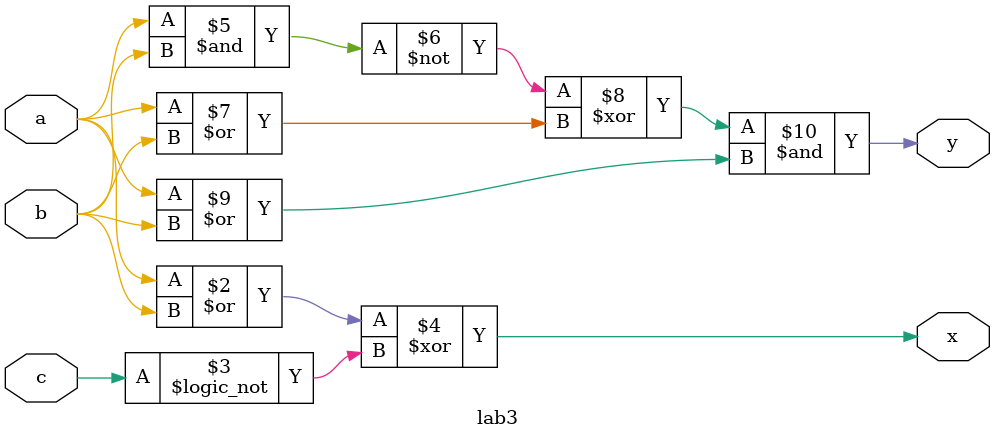
<source format=sv>
module lab3(output logic x, y,
input logic a, b, c);
always_comb
begin
x = (a | b) ^ (!c);
y = (~(a & b) ^ (a | b)) & (a | b);
end
endmodule
</source>
